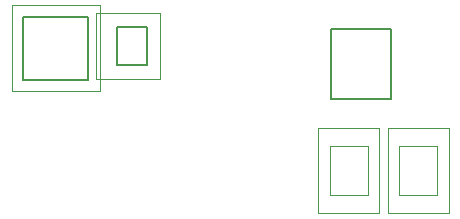
<source format=gbr>
%TF.GenerationSoftware,KiCad,Pcbnew,9.0.0*%
%TF.CreationDate,2025-04-09T22:07:22+02:00*%
%TF.ProjectId,ESC,4553432e-6b69-4636-9164-5f7063625858,rev?*%
%TF.SameCoordinates,Original*%
%TF.FileFunction,OtherDrawing,Comment*%
%FSLAX45Y45*%
G04 Gerber Fmt 4.5, Leading zero omitted, Abs format (unit mm)*
G04 Created by KiCad (PCBNEW 9.0.0) date 2025-04-09 22:07:22*
%MOMM*%
%LPD*%
G01*
G04 APERTURE LIST*
%ADD10C,0.100000*%
%ADD11C,0.200000*%
G04 APERTURE END LIST*
D10*
%TO.C,SW2*%
X4760000Y-3770000D02*
X5280000Y-3770000D01*
X4760000Y-4490000D02*
X4760000Y-3770000D01*
X4860000Y-3920000D02*
X4860000Y-4340000D01*
X4860000Y-4340000D02*
X5180000Y-4340000D01*
X5180000Y-3920000D02*
X4860000Y-3920000D01*
X5180000Y-4340000D02*
X5180000Y-3920000D01*
X5280000Y-3770000D02*
X5280000Y-4490000D01*
X5280000Y-4490000D02*
X4760000Y-4490000D01*
%TO.C,L2*%
X2166000Y-2731000D02*
X2914000Y-2731000D01*
X2166000Y-3459000D02*
X2166000Y-2731000D01*
D11*
X2266000Y-2831000D02*
X2814000Y-2831000D01*
X2266000Y-3359000D02*
X2266000Y-2831000D01*
X2814000Y-2831000D02*
X2814000Y-3359000D01*
X2814000Y-3359000D02*
X2266000Y-3359000D01*
D10*
X2914000Y-2731000D02*
X2914000Y-3459000D01*
X2914000Y-3459000D02*
X2166000Y-3459000D01*
%TO.C,SW1*%
X5350000Y-3770000D02*
X5870000Y-3770000D01*
X5350000Y-4490000D02*
X5350000Y-3770000D01*
X5450000Y-3920000D02*
X5450000Y-4340000D01*
X5450000Y-4340000D02*
X5770000Y-4340000D01*
X5770000Y-3920000D02*
X5450000Y-3920000D01*
X5770000Y-4340000D02*
X5770000Y-3920000D01*
X5870000Y-3770000D02*
X5870000Y-4490000D01*
X5870000Y-4490000D02*
X5350000Y-4490000D01*
%TO.C,Y1*%
X2883700Y-2792500D02*
X3421300Y-2792500D01*
X2883700Y-3352500D02*
X2883700Y-2792500D01*
D11*
X3058700Y-2912500D02*
X3308700Y-2912500D01*
X3058700Y-3232500D02*
X3058700Y-2912500D01*
X3308700Y-2912500D02*
X3308700Y-3232500D01*
X3308700Y-3232500D02*
X3058700Y-3232500D01*
D10*
X3421300Y-2792500D02*
X3421300Y-3352500D01*
X3421300Y-3352500D02*
X2883700Y-3352500D01*
D11*
%TO.C,Q2*%
X4867500Y-2930000D02*
X4867500Y-3520000D01*
X4867500Y-3520000D02*
X5382500Y-3520000D01*
X5382500Y-2930000D02*
X4867500Y-2930000D01*
X5382500Y-3520000D02*
X5382500Y-2930000D01*
%TD*%
M02*

</source>
